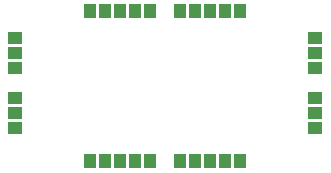
<source format=gbr>
G04 #@! TF.FileFunction,Copper,L2,Bot,Signal*
%FSLAX46Y46*%
G04 Gerber Fmt 4.6, Leading zero omitted, Abs format (unit mm)*
G04 Created by KiCad (PCBNEW 4.0.7) date 2018 March 08, Thursday 11:57:54*
%MOMM*%
%LPD*%
G01*
G04 APERTURE LIST*
%ADD10C,0.100000*%
%ADD11C,1.016000*%
%ADD12R,1.270000X1.016000*%
%ADD13R,1.016000X1.270000*%
G04 APERTURE END LIST*
D10*
D11*
X63500000Y-40386000D03*
X63500000Y-41656000D03*
X63500000Y-42926000D03*
X63500000Y-45466000D03*
X63500000Y-46736000D03*
X63500000Y-48006000D03*
D12*
X63500000Y-48006000D03*
X63500000Y-46736000D03*
X63500000Y-45466000D03*
X63500000Y-42926000D03*
X63500000Y-41656000D03*
X63500000Y-40386000D03*
D11*
X82550000Y-50800000D03*
X81280000Y-50800000D03*
X80010000Y-50800000D03*
X78740000Y-50800000D03*
X77470000Y-50800000D03*
X74930000Y-50800000D03*
X73660000Y-50800000D03*
X72390000Y-50800000D03*
X71120000Y-50800000D03*
X69850000Y-50800000D03*
D13*
X82550000Y-50800000D03*
X81280000Y-50800000D03*
X80010000Y-50800000D03*
X78740000Y-50800000D03*
X77470000Y-50800000D03*
X74930000Y-50800000D03*
X73660000Y-50800000D03*
X72390000Y-50800000D03*
X71120000Y-50800000D03*
X69850000Y-50800000D03*
D11*
X82550000Y-38100000D03*
X81280000Y-38100000D03*
X80010000Y-38100000D03*
X78740000Y-38100000D03*
X77470000Y-38100000D03*
X74930000Y-38100000D03*
X73660000Y-38100000D03*
X72390000Y-38100000D03*
X71120000Y-38100000D03*
X69850000Y-38100000D03*
D13*
X69850000Y-38100000D03*
X71120000Y-38100000D03*
X72390000Y-38100000D03*
X73660000Y-38100000D03*
X74930000Y-38100000D03*
X77470000Y-38100000D03*
X78740000Y-38100000D03*
X80010000Y-38100000D03*
X81280000Y-38100000D03*
X82550000Y-38100000D03*
D11*
X88900000Y-40386000D03*
X88900000Y-41656000D03*
X88900000Y-42926000D03*
X88900000Y-45466000D03*
X88900000Y-46736000D03*
X88900000Y-48006000D03*
D12*
X88900000Y-40386000D03*
X88900000Y-41656000D03*
X88900000Y-42926000D03*
X88900000Y-45466000D03*
X88900000Y-46736000D03*
X88900000Y-48006000D03*
M02*

</source>
